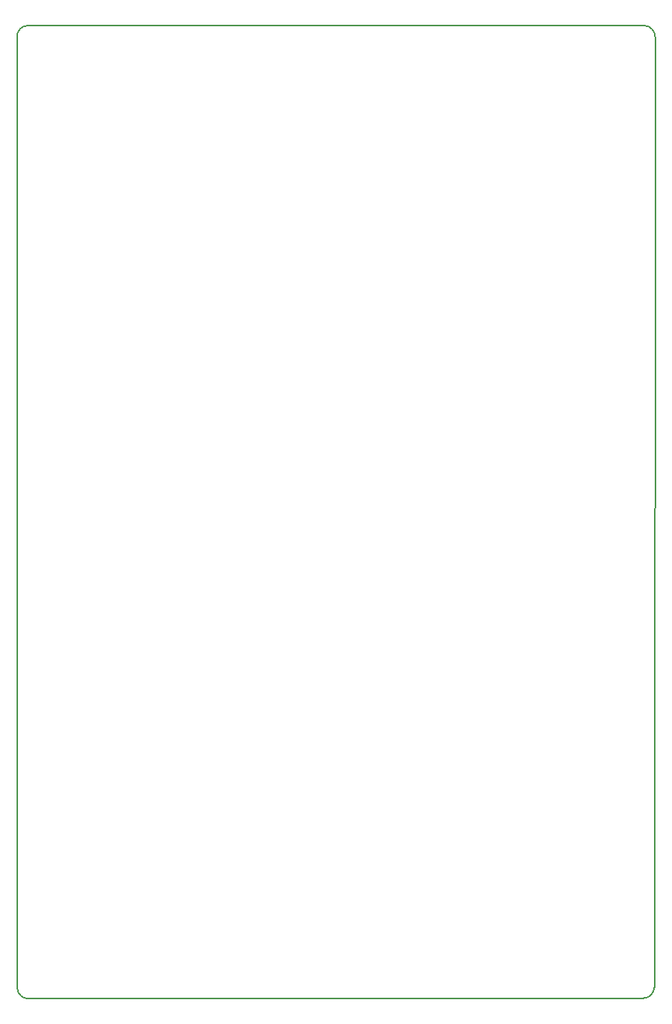
<source format=gm1>
G04 #@! TF.GenerationSoftware,KiCad,Pcbnew,(5.0.1)-4*
G04 #@! TF.CreationDate,2019-11-28T20:44:47-06:00*
G04 #@! TF.ProjectId,new_synth_transistor,6E65775F73796E74685F7472616E7369,rev?*
G04 #@! TF.SameCoordinates,Original*
G04 #@! TF.FileFunction,Profile,NP*
%FSLAX46Y46*%
G04 Gerber Fmt 4.6, Leading zero omitted, Abs format (unit mm)*
G04 Created by KiCad (PCBNEW (5.0.1)-4) date 11/28/2019 8:44:47 PM*
%MOMM*%
%LPD*%
G01*
G04 APERTURE LIST*
%ADD10C,0.200000*%
G04 APERTURE END LIST*
D10*
X284104080Y-123250960D02*
G75*
G02X282858578Y-124469901I-1244297J25619D01*
G01*
X213446357Y-124522344D02*
G75*
G02X212196680Y-123327160I-24192J1225624D01*
G01*
X212149931Y-16047720D02*
G75*
G02X213456520Y-14762480I1285896J-489D01*
G01*
X282895412Y-14767071D02*
G75*
G02X284200600Y-16093440I19947J-1285728D01*
G01*
X212150960Y-16012160D02*
X212201760Y-123428760D01*
X282925520Y-124475240D02*
X213344760Y-124531120D01*
X284200600Y-16022320D02*
X284134560Y-123250960D01*
X213385400Y-14762480D02*
X282889960Y-14762480D01*
M02*

</source>
